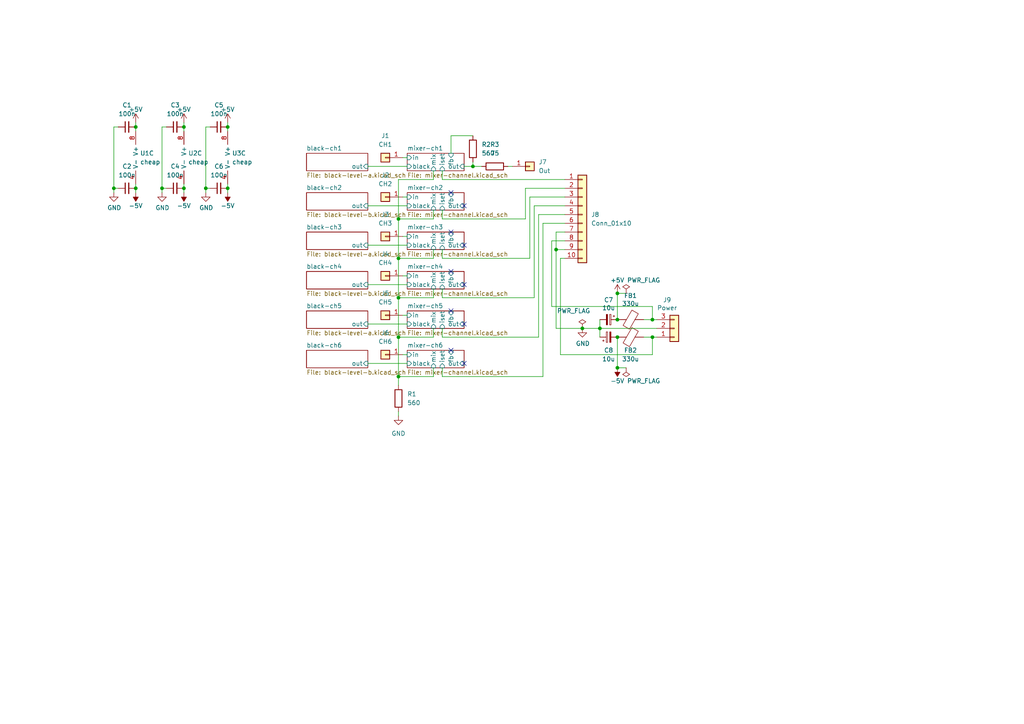
<source format=kicad_sch>
(kicad_sch (version 20250114) (generator "eeschema") (generator_version "9.0")
  (paper "A4")
  (lib_symbols
    (symbol "synkie_symbols:+5V" (power) (pin_names (offset 0))
      (property "Value" "+5V" (at 0 3.556 0))
      (symbol "+5V_0_1"
        (polyline (pts (xy -0.762 1.27) (xy 0 2.54)))
        (polyline (pts (xy 0 2.54) (xy 0.762 1.27)))
        (polyline (pts (xy 0 0) (xy 0 2.54)))
      )
      (symbol "+5V_1_1"
        (pin power_in line (at 0 0 90) (length 0) (hide yes) (name "+5V") (number "1"))
      )
    )
    (symbol "synkie_symbols:-5V" (power) (pin_names (offset 0))
      (property "Value" "-5V" (at 0 3.81 0))
      (symbol "-5V_0_0"
        (pin power_in line (at 0 0 90) (length 0) (hide yes) (name "-5V") (number "1"))
      )
      (symbol "-5V_0_1"
        (polyline (pts (xy 0 0) (xy 0 1.27) (xy 0.762 1.27) (xy 0 2.54) (xy -0.762 1.27) (xy 0 1.27)) (fill (type outline)))
      )
    )
    (symbol "synkie_symbols:CP_Small" (pin_numbers (hide yes)) (pin_names (offset 0.254) (hide yes))
      (property "Reference" "C" (at 0.254 1.778 0))
      (property "Value" "CP_Small" (at 0.254 -2.032 0))
      (symbol "CP_Small_0_1"
        (rectangle (start -1.524 0.6858) (end 1.524 0.3048))
        (rectangle (start -1.524 -0.3048) (end 1.524 -0.6858) (fill (type outline)))
        (polyline (pts (xy -1.27 1.524) (xy -0.762 1.524)))
        (polyline (pts (xy -1.016 1.27) (xy -1.016 1.778)))
      )
      (symbol "CP_Small_1_1"
        (pin passive line (at 0 2.54 270) (length 1.8542) (name "~") (number "1"))
        (pin passive line (at 0 -2.54 90) (length 1.8542) (name "~") (number "2"))
      )
    )
    (symbol "synkie_symbols:C_Small" (pin_numbers (hide yes)) (pin_names (offset 0.254) (hide yes))
      (property "Reference" "C" (at 0.254 1.778 0))
      (property "Value" "C_Small" (at 0.254 -2.032 0))
      (symbol "C_Small_0_1"
        (polyline (pts (xy -1.524 0.508) (xy 1.524 0.508)) (stroke (width 0.3048)))
        (polyline (pts (xy -1.524 -0.508) (xy 1.524 -0.508)) (stroke (width 0.3302)))
      )
      (symbol "C_Small_1_1"
        (pin passive line (at 0 2.54 270) (length 2.032) (name "~") (number "1"))
        (pin passive line (at 0 -2.54 90) (length 2.032) (name "~") (number "2"))
      )
    )
    (symbol "synkie_symbols:Conn_01x01" (pin_names (offset 1.016) (hide yes))
      (property "Reference" "J" (at 0 2.54 0))
      (property "Value" "Conn_01x01" (at 0 -2.54 0))
      (symbol "Conn_01x01_1_1"
        (rectangle (start -1.27 1.27) (end 1.27 -1.27) (stroke (width 0.254)) (fill (type background)))
        (rectangle (start -1.27 0.127) (end 0 -0.127) (stroke (width 0.1524)))
        (pin passive line (at -5.08 0 0) (length 3.81) (name "Pin_1") (number "1"))
      )
    )
    (symbol "synkie_symbols:Conn_01x03" (pin_names (offset 1.016) (hide yes))
      (property "Reference" "J" (at 0 5.08 0))
      (property "Value" "Conn_01x03" (at 0 -5.08 0))
      (symbol "Conn_01x03_1_1"
        (rectangle (start -1.27 3.81) (end 1.27 -3.81) (stroke (width 0.254)) (fill (type background)))
        (rectangle (start -1.27 2.667) (end 0 2.413) (stroke (width 0.1524)))
        (rectangle (start -1.27 0.127) (end 0 -0.127) (stroke (width 0.1524)))
        (rectangle (start -1.27 -2.413) (end 0 -2.667) (stroke (width 0.1524)))
        (pin passive line (at -5.08 2.54 0) (length 3.81) (name "Pin_1") (number "1"))
        (pin passive line (at -5.08 0 0) (length 3.81) (name "Pin_2") (number "2"))
        (pin passive line (at -5.08 -2.54 0) (length 3.81) (name "Pin_3") (number "3"))
      )
    )
    (symbol "synkie_symbols:Conn_01x10" (pin_names (offset 1.016) (hide yes))
      (property "Reference" "J" (at 0 12.7 0))
      (property "Value" "Conn_01x10" (at 0 -15.24 0))
      (symbol "Conn_01x10_1_1"
        (rectangle (start -1.27 11.43) (end 1.27 -13.97) (stroke (width 0.254)) (fill (type background)))
        (rectangle (start -1.27 10.287) (end 0 10.033) (stroke (width 0.1524)))
        (rectangle (start -1.27 7.747) (end 0 7.493) (stroke (width 0.1524)))
        (rectangle (start -1.27 5.207) (end 0 4.953) (stroke (width 0.1524)))
        (rectangle (start -1.27 2.667) (end 0 2.413) (stroke (width 0.1524)))
        (rectangle (start -1.27 0.127) (end 0 -0.127) (stroke (width 0.1524)))
        (rectangle (start -1.27 -2.413) (end 0 -2.667) (stroke (width 0.1524)))
        (rectangle (start -1.27 -4.953) (end 0 -5.207) (stroke (width 0.1524)))
        (rectangle (start -1.27 -7.493) (end 0 -7.747) (stroke (width 0.1524)))
        (rectangle (start -1.27 -10.033) (end 0 -10.287) (stroke (width 0.1524)))
        (rectangle (start -1.27 -12.573) (end 0 -12.827) (stroke (width 0.1524)))
        (pin passive line (at -5.08 10.16 0) (length 3.81) (name "Pin_1") (number "1"))
        (pin passive line (at -5.08 7.62 0) (length 3.81) (name "Pin_2") (number "2"))
        (pin passive line (at -5.08 5.08 0) (length 3.81) (name "Pin_3") (number "3"))
        (pin passive line (at -5.08 2.54 0) (length 3.81) (name "Pin_4") (number "4"))
        (pin passive line (at -5.08 0 0) (length 3.81) (name "Pin_5") (number "5"))
        (pin passive line (at -5.08 -2.54 0) (length 3.81) (name "Pin_6") (number "6"))
        (pin passive line (at -5.08 -5.08 0) (length 3.81) (name "Pin_7") (number "7"))
        (pin passive line (at -5.08 -7.62 0) (length 3.81) (name "Pin_8") (number "8"))
        (pin passive line (at -5.08 -10.16 0) (length 3.81) (name "Pin_9") (number "9"))
        (pin passive line (at -5.08 -12.7 0) (length 3.81) (name "Pin_10") (number "10"))
      )
    )
    (symbol "synkie_symbols:Ferrite_Bead" (pin_numbers (hide yes)) (pin_names (offset 0))
      (property "Reference" "FB" (at -3.81 0.635 90))
      (property "Value" "Ferrite_Bead" (at 3.81 0 90))
      (symbol "Ferrite_Bead_0_1"
        (polyline (pts (xy -2.7686 0.4064) (xy -1.7018 2.2606) (xy 2.7686 -0.3048) (xy 1.6764 -2.159) (xy -2.7686 0.4064)))
        (polyline (pts (xy 0 1.27) (xy 0 1.2954)))
        (polyline (pts (xy 0 -1.27) (xy 0 -1.2192)))
      )
      (symbol "Ferrite_Bead_1_1"
        (pin passive line (at 0 3.81 270) (length 2.54) (name "~") (number "1"))
        (pin passive line (at 0 -3.81 90) (length 2.54) (name "~") (number "2"))
      )
    )
    (symbol "synkie_symbols:GND" (power) (pin_names (offset 0))
      (property "Value" "GND" (at 0 -3.81 0))
      (symbol "GND_0_1"
        (polyline (pts (xy 0 0) (xy 0 -1.27) (xy 1.27 -1.27) (xy 0 -2.54) (xy -1.27 -1.27) (xy 0 -1.27)))
      )
      (symbol "GND_1_1"
        (pin power_in line (at 0 0 270) (length 0) (hide yes) (name "GND") (number "1"))
      )
    )
    (symbol "synkie_symbols:Opamp_Dual_Generic"
      (property "Reference" "U" (at 0 5.08 0))
      (property "Value" "Opamp_Dual_Generic" (at 0 -5.08 0))
      (symbol "Opamp_Dual_Generic_1_1"
        (polyline (pts (xy -5.08 5.08) (xy 5.08 0) (xy -5.08 -5.08) (xy -5.08 5.08)) (stroke (width 0.254)) (fill (type background)))
        (pin input line (at -7.62 2.54 0) (length 2.54) (name "+") (number "3"))
        (pin input line (at -7.62 -2.54 0) (length 2.54) (name "-") (number "2"))
        (pin output line (at 7.62 0 180) (length 2.54) (name "~") (number "1"))
      )
      (symbol "Opamp_Dual_Generic_2_1"
        (polyline (pts (xy -5.08 5.08) (xy 5.08 0) (xy -5.08 -5.08) (xy -5.08 5.08)) (stroke (width 0.254)) (fill (type background)))
        (pin input line (at -7.62 2.54 0) (length 2.54) (name "+") (number "5"))
        (pin input line (at -7.62 -2.54 0) (length 2.54) (name "-") (number "6"))
        (pin output line (at 7.62 0 180) (length 2.54) (name "~") (number "7"))
      )
      (symbol "Opamp_Dual_Generic_3_1"
        (pin power_in line (at -2.54 7.62 270) (length 3.81) (name "V+") (number "8"))
        (pin power_in line (at -2.54 -7.62 90) (length 3.81) (name "V-") (number "4"))
      )
    )
    (symbol "synkie_symbols:PWR_FLAG" (power) (pin_numbers (hide yes)) (pin_names (offset 0) (hide yes))
      (property "Value" "PWR_FLAG" (at 0 3.81 0))
      (symbol "PWR_FLAG_0_0"
        (pin power_out line (at 0 0 90) (length 0) (name "pwr") (number "1"))
      )
      (symbol "PWR_FLAG_0_1"
        (polyline (pts (xy 0 0) (xy 0 1.27) (xy -1.016 1.905) (xy 0 2.54) (xy 1.016 1.905) (xy 0 1.27)))
      )
    )
    (symbol "synkie_symbols:R" (pin_numbers (hide yes)) (pin_names (offset 0))
      (property "Reference" "R" (at 2.032 0 90))
      (property "Value" "R" (at 0 0 90))
      (symbol "R_0_1"
        (rectangle (start -1.016 -2.54) (end 1.016 2.54) (stroke (width 0.254)))
      )
      (symbol "R_1_1"
        (pin passive line (at 0 3.81 270) (length 1.27) (name "~") (number "1"))
        (pin passive line (at 0 -3.81 90) (length 1.27) (name "~") (number "2"))
      )
    )
  )
  (junction (at 115.57 109.22))
  (junction (at 59.69 54.61))
  (junction (at 53.34 36.83))
  (junction (at 173.99 95.25))
  (junction (at 115.57 97.79))
  (junction (at 66.04 36.83))
  (junction (at 115.57 63.5))
  (junction (at 33.02 54.61))
  (junction (at 46.99 54.61))
  (junction (at 53.34 54.61))
  (junction (at 189.23 92.71))
  (junction (at 115.57 86.36))
  (junction (at 189.23 97.79))
  (junction (at 39.37 54.61))
  (junction (at 161.29 72.39))
  (junction (at 66.04 54.61))
  (junction (at 39.37 36.83))
  (junction (at 179.07 85.09))
  (junction (at 137.16 48.26))
  (junction (at 168.91 95.25))
  (junction (at 179.07 92.71))
  (junction (at 179.07 97.79))
  (junction (at 179.07 106.68))
  (junction (at 115.57 74.93))
  (no_connect (at 130.81 90.17))
  (no_connect (at 134.62 71.12))
  (no_connect (at 130.81 55.88))
  (no_connect (at 134.62 93.98))
  (no_connect (at 134.62 105.41))
  (no_connect (at 130.81 67.31))
  (no_connect (at 130.81 101.6))
  (no_connect (at 134.62 59.69))
  (no_connect (at 134.62 82.55))
  (no_connect (at 130.81 78.74))
  (wire (pts (xy 153.67 57.15) (xy 163.83 57.15)))
  (wire (pts (xy 66.04 54.61) (xy 66.04 55.88)))
  (wire (pts (xy 162.56 102.87) (xy 189.23 102.87)))
  (wire (pts (xy 152.4 54.61) (xy 163.83 54.61)))
  (wire (pts (xy 125.73 74.93) (xy 115.57 74.93)))
  (wire (pts (xy 163.83 74.93) (xy 162.56 74.93)))
  (wire (pts (xy 125.73 97.79) (xy 115.57 97.79)))
  (wire (pts (xy 168.91 95.25) (xy 173.99 95.25)))
  (wire (pts (xy 128.27 109.22) (xy 128.27 106.68)))
  (wire (pts (xy 116.84 57.15) (xy 118.11 57.15)))
  (wire (pts (xy 157.48 64.77) (xy 163.83 64.77)))
  (wire (pts (xy 160.02 69.85) (xy 160.02 88.9)))
  (wire (pts (xy 189.23 97.79) (xy 190.5 97.79)))
  (wire (pts (xy 161.29 95.25) (xy 168.91 95.25)))
  (wire (pts (xy 137.16 46.99) (xy 137.16 48.26)))
  (wire (pts (xy 173.99 97.79) (xy 173.99 95.25)))
  (wire (pts (xy 59.69 54.61) (xy 60.96 54.61)))
  (wire (pts (xy 137.16 48.26) (xy 139.7 48.26)))
  (wire (pts (xy 39.37 35.56) (xy 39.37 36.83)))
  (wire (pts (xy 125.73 109.22) (xy 115.57 109.22)))
  (wire (pts (xy 189.23 102.87) (xy 189.23 97.79)))
  (wire (pts (xy 115.57 74.93) (xy 115.57 86.36)))
  (wire (pts (xy 134.62 48.26) (xy 137.16 48.26)))
  (wire (pts (xy 128.27 97.79) (xy 128.27 95.25)))
  (wire (pts (xy 125.73 60.96) (xy 125.73 63.5)))
  (wire (pts (xy 160.02 88.9) (xy 189.23 88.9)))
  (wire (pts (xy 128.27 52.07) (xy 128.27 49.53)))
  (wire (pts (xy 115.57 63.5) (xy 125.73 63.5)))
  (wire (pts (xy 125.73 52.07) (xy 115.57 52.07)))
  (wire (pts (xy 66.04 36.83) (xy 66.04 38.1)))
  (wire (pts (xy 106.68 71.12) (xy 118.11 71.12)))
  (wire (pts (xy 179.07 85.09) (xy 179.07 92.71)))
  (wire (pts (xy 53.34 54.61) (xy 53.34 55.88)))
  (wire (pts (xy 116.84 45.72) (xy 118.11 45.72)))
  (wire (pts (xy 125.73 72.39) (xy 125.73 74.93)))
  (wire (pts (xy 154.94 59.69) (xy 163.83 59.69)))
  (wire (pts (xy 128.27 63.5) (xy 128.27 60.96)))
  (wire (pts (xy 128.27 63.5) (xy 152.4 63.5)))
  (wire (pts (xy 147.32 48.26) (xy 148.59 48.26)))
  (wire (pts (xy 186.69 92.71) (xy 189.23 92.71)))
  (wire (pts (xy 163.83 52.07) (xy 128.27 52.07)))
  (wire (pts (xy 161.29 67.31) (xy 161.29 72.39)))
  (wire (pts (xy 115.57 109.22) (xy 115.57 111.76)))
  (wire (pts (xy 46.99 54.61) (xy 48.26 54.61)))
  (wire (pts (xy 33.02 36.83) (xy 33.02 54.61)))
  (wire (pts (xy 173.99 95.25) (xy 190.5 95.25)))
  (wire (pts (xy 163.83 69.85) (xy 160.02 69.85)))
  (wire (pts (xy 157.48 109.22) (xy 157.48 64.77)))
  (wire (pts (xy 153.67 74.93) (xy 153.67 57.15)))
  (wire (pts (xy 186.69 97.79) (xy 189.23 97.79)))
  (wire (pts (xy 163.83 67.31) (xy 161.29 67.31)))
  (wire (pts (xy 33.02 54.61) (xy 34.29 54.61)))
  (wire (pts (xy 116.84 68.58) (xy 118.11 68.58)))
  (wire (pts (xy 46.99 54.61) (xy 46.99 55.88)))
  (wire (pts (xy 116.84 80.01) (xy 118.11 80.01)))
  (wire (pts (xy 128.27 109.22) (xy 157.48 109.22)))
  (wire (pts (xy 115.57 52.07) (xy 115.57 63.5)))
  (wire (pts (xy 125.73 49.53) (xy 125.73 52.07)))
  (wire (pts (xy 66.04 35.56) (xy 66.04 36.83)))
  (wire (pts (xy 34.29 36.83) (xy 33.02 36.83)))
  (wire (pts (xy 116.84 102.87) (xy 118.11 102.87)))
  (wire (pts (xy 59.69 36.83) (xy 59.69 54.61)))
  (wire (pts (xy 39.37 53.34) (xy 39.37 54.61)))
  (wire (pts (xy 181.61 106.68) (xy 179.07 106.68)))
  (wire (pts (xy 116.84 91.44) (xy 118.11 91.44)))
  (wire (pts (xy 115.57 86.36) (xy 115.57 97.79)))
  (wire (pts (xy 53.34 36.83) (xy 53.34 38.1)))
  (wire (pts (xy 125.73 83.82) (xy 125.73 86.36)))
  (wire (pts (xy 152.4 63.5) (xy 152.4 54.61)))
  (wire (pts (xy 33.02 54.61) (xy 33.02 55.88)))
  (wire (pts (xy 106.68 48.26) (xy 118.11 48.26)))
  (wire (pts (xy 154.94 86.36) (xy 154.94 59.69)))
  (wire (pts (xy 156.21 62.23) (xy 156.21 97.79)))
  (wire (pts (xy 179.07 106.68) (xy 179.07 97.79)))
  (wire (pts (xy 53.34 53.34) (xy 53.34 54.61)))
  (wire (pts (xy 115.57 63.5) (xy 115.57 74.93)))
  (wire (pts (xy 173.99 92.71) (xy 173.99 95.25)))
  (wire (pts (xy 130.81 39.37) (xy 130.81 44.45)))
  (wire (pts (xy 125.73 106.68) (xy 125.73 109.22)))
  (wire (pts (xy 156.21 97.79) (xy 128.27 97.79)))
  (wire (pts (xy 106.68 82.55) (xy 118.11 82.55)))
  (wire (pts (xy 189.23 92.71) (xy 190.5 92.71)))
  (wire (pts (xy 125.73 95.25) (xy 125.73 97.79)))
  (wire (pts (xy 137.16 39.37) (xy 130.81 39.37)))
  (wire (pts (xy 128.27 74.93) (xy 153.67 74.93)))
  (wire (pts (xy 39.37 54.61) (xy 39.37 55.88)))
  (wire (pts (xy 53.34 35.56) (xy 53.34 36.83)))
  (wire (pts (xy 162.56 74.93) (xy 162.56 102.87)))
  (wire (pts (xy 125.73 86.36) (xy 115.57 86.36)))
  (wire (pts (xy 48.26 36.83) (xy 46.99 36.83)))
  (wire (pts (xy 39.37 36.83) (xy 39.37 38.1)))
  (wire (pts (xy 128.27 74.93) (xy 128.27 72.39)))
  (wire (pts (xy 189.23 88.9) (xy 189.23 92.71)))
  (wire (pts (xy 66.04 53.34) (xy 66.04 54.61)))
  (wire (pts (xy 128.27 86.36) (xy 128.27 83.82)))
  (wire (pts (xy 106.68 59.69) (xy 118.11 59.69)))
  (wire (pts (xy 161.29 72.39) (xy 161.29 95.25)))
  (wire (pts (xy 181.61 85.09) (xy 179.07 85.09)))
  (wire (pts (xy 46.99 36.83) (xy 46.99 54.61)))
  (wire (pts (xy 128.27 86.36) (xy 154.94 86.36)))
  (wire (pts (xy 115.57 119.38) (xy 115.57 120.65)))
  (wire (pts (xy 60.96 36.83) (xy 59.69 36.83)))
  (wire (pts (xy 115.57 97.79) (xy 115.57 109.22)))
  (wire (pts (xy 163.83 62.23) (xy 156.21 62.23)))
  (wire (pts (xy 59.69 54.61) (xy 59.69 55.88)))
  (wire (pts (xy 106.68 105.41) (xy 118.11 105.41)))
  (wire (pts (xy 106.68 93.98) (xy 118.11 93.98)))
  (wire (pts (xy 161.29 72.39) (xy 163.83 72.39)))
  (symbol (lib_id "synkie_symbols:PWR_FLAG") (at 168.91 95.25 0) (unit 1)
    (property "Reference" "#FLG01" (effects (hide yes)))
    (property "Value" "PWR_FLAG" (at 166.37 90.17 0))
  )
  (symbol (lib_id "synkie_symbols:PWR_FLAG") (at 181.61 85.09 0) (unit 1)
    (property "Reference" "#FLG02" (effects (hide yes)))
    (property "Value" "PWR_FLAG" (at 186.69 81.28 0))
  )
  (symbol (lib_id "synkie_symbols:PWR_FLAG") (at 181.61 106.68 180) (unit 1)
    (property "Reference" "#FLG03" (effects (hide yes)))
    (property "Value" "PWR_FLAG" (at 186.69 110.49 0))
  )
  (symbol (lib_id "synkie_symbols:Ferrite_Bead") (at 182.88 92.71 270) (unit 1)
    (property "Reference" "FB1" (at 182.88 85.7504 90))
    (property "Value" "330u" (at 182.88 88.0618 90))
    (property "Footprint" "synkie_footprints:L_0805_2012Metric_Pad1.15x1.40mm_HandSolder" (effects (hide yes)))
  )
  (symbol (lib_id "synkie_symbols:Ferrite_Bead") (at 182.88 97.79 270) (unit 1)
    (property "Reference" "FB2" (at 182.88 101.6 90))
    (property "Value" "330u" (at 182.88 104.14 90))
    (property "Footprint" "synkie_footprints:L_0805_2012Metric_Pad1.15x1.40mm_HandSolder" (effects (hide yes)))
  )
  (symbol (lib_id "synkie_symbols:+5V") (at 53.34 35.56 0) (unit 1)
    (property "Reference" "#PWR05" (effects (hide yes)))
    (property "Value" "+5V" (at 53.34 31.75 0))
  )
  (symbol (lib_id "synkie_symbols:+5V") (at 179.07 85.09 0) (unit 1)
    (property "Reference" "#PWR012" (effects (hide yes)))
    (property "Value" "+5V" (at 179.07 81.28 0))
  )
  (symbol (lib_id "synkie_symbols:GND") (at 33.02 55.88 0) (unit 1)
    (property "Reference" "#PWR01" (effects (hide yes)))
    (property "Value" "GND" (at 33.147 60.2742 0))
  )
  (symbol (lib_id "synkie_symbols:Conn_01x01") (at 111.76 68.58 0) (mirror y) (unit 1)
    (property "Reference" "J3" (at 111.76 62.23 0))
    (property "Value" "CH3" (at 111.76 64.77 0))
    (property "Footprint" "synkie_footprints:Solderpad_1mm" (effects (hide yes)))
    (property "Description" "Generic connector, single row, 01x01, script generated (kicad-library-utils/schlib/autogen/connector/)" (effects (hide yes)))
  )
  (symbol (lib_id "synkie_symbols:-5V") (at 39.37 55.88 180) (unit 1)
    (property "Reference" "#PWR03" (effects (hide yes)))
    (property "Value" "-5V" (at 39.37 59.69 0))
  )
  (symbol (lib_id "synkie_symbols:GND") (at 59.69 55.88 0) (unit 1)
    (property "Reference" "#PWR07" (effects (hide yes)))
    (property "Value" "GND" (at 59.817 60.2742 0))
  )
  (symbol (lib_id "synkie_symbols:Conn_01x01") (at 111.76 57.15 0) (mirror y) (unit 1)
    (property "Reference" "J2" (at 111.76 50.8 0))
    (property "Value" "CH2" (at 111.76 53.34 0))
    (property "Footprint" "synkie_footprints:Solderpad_1mm" (effects (hide yes)))
    (property "Description" "Generic connector, single row, 01x01, script generated (kicad-library-utils/schlib/autogen/connector/)" (effects (hide yes)))
  )
  (symbol (lib_id "synkie_symbols:-5V") (at 66.04 55.88 180) (unit 1)
    (property "Reference" "#PWR09" (effects (hide yes)))
    (property "Value" "-5V" (at 66.04 59.69 0))
  )
  (symbol (lib_id "synkie_symbols:R") (at 115.57 115.57 0) (unit 1)
    (property "Reference" "R1" (at 118.11 114.2999 0) (effects (justify left)))
    (property "Value" "560" (at 118.11 116.8399 0) (effects (justify left)))
    (property "Footprint" "synkie_footprints:R_0805_2012Metric_Pad1.15x1.40mm_HandSolder" (effects (hide yes)))
    (property "Description" "Resistor" (effects (hide yes)))
  )
  (symbol (lib_id "synkie_symbols:C_Small") (at 50.8 54.61 90) (unit 1)
    (property "Reference" "C4" (at 50.8063 48.26 90))
    (property "Value" "100n" (at 50.8063 50.8 90))
    (property "Footprint" "synkie_footprints:C_0603_1608Metric_Pad1.05x0.95mm_HandSolder" (effects (hide yes)))
    (property "Description" "Unpolarized capacitor, small symbol" (effects (hide yes)))
  )
  (symbol (lib_id "synkie_symbols:C_Small") (at 36.83 54.61 90) (unit 1)
    (property "Reference" "C2" (at 36.8363 48.26 90))
    (property "Value" "100n" (at 36.8363 50.8 90))
    (property "Footprint" "synkie_footprints:C_0603_1608Metric_Pad1.05x0.95mm_HandSolder" (effects (hide yes)))
    (property "Description" "Unpolarized capacitor, small symbol" (effects (hide yes)))
  )
  (symbol (lib_id "synkie_symbols:Opamp_Dual_Generic") (at 55.88 45.72 0) (unit 3)
    (property "Reference" "U2" (at 54.61 44.4499 0) (effects (justify left)))
    (property "Value" "cheap" (at 54.61 46.9899 0) (effects (justify left)))
    (property "Footprint" "synkie_footprints:SOIC-8_3.9x4.9mm_P1.27mm" (effects (hide yes)))
    (property "Description" "Dual operational amplifier" (effects (hide yes)))
  )
  (symbol (lib_id "synkie_symbols:Conn_01x10") (at 168.91 62.23 0) (unit 1)
    (property "Reference" "J8" (at 171.45 62.2299 0) (effects (justify left)))
    (property "Value" "Conn_01x10" (at 171.45 64.7699 0) (effects (justify left)))
    (property "Footprint" "synkie_footprints:PinHeader_1x10_P2.54mm_Vertical" (effects (hide yes)))
    (property "Description" "Generic connector, single row, 01x10, script generated (kicad-library-utils/schlib/autogen/connector/)" (effects (hide yes)))
  )
  (symbol (lib_id "synkie_symbols:GND") (at 46.99 55.88 0) (unit 1)
    (property "Reference" "#PWR04" (effects (hide yes)))
    (property "Value" "GND" (at 47.117 60.2742 0))
  )
  (symbol (lib_id "synkie_symbols:CP_Small") (at 176.53 92.71 270) (unit 1)
    (property "Reference" "C7" (at 176.53 86.995 90))
    (property "Value" "10u" (at 176.53 89.3064 90))
    (property "Footprint" "synkie_footprints:CP_EIA-3528-21_Kemet-B_Pad1.50x2.35mm_HandSolder" (effects (hide yes)))
  )
  (symbol (lib_id "synkie_symbols:Conn_01x01") (at 153.67 48.26 0) (unit 1)
    (property "Reference" "J7" (at 156.21 46.9899 0) (effects (justify left)))
    (property "Value" "Out" (at 156.21 49.5299 0) (effects (justify left)))
    (property "Footprint" "synkie_footprints:Solderpad_1mm" (effects (hide yes)))
    (property "Description" "Generic connector, single row, 01x01, script generated (kicad-library-utils/schlib/autogen/connector/)" (effects (hide yes)))
  )
  (symbol (lib_id "synkie_symbols:R") (at 143.51 48.26 270) (unit 1)
    (property "Reference" "R3" (at 143.51 41.91 90))
    (property "Value" "75" (at 143.51 44.45 90))
    (property "Footprint" "synkie_footprints:R_0805_2012Metric_Pad1.15x1.40mm_HandSolder" (effects (hide yes)))
    (property "Description" "Resistor" (effects (hide yes)))
  )
  (symbol (lib_id "synkie_symbols:R") (at 137.16 43.18 0) (unit 1)
    (property "Reference" "R2" (at 139.7 41.9099 0) (effects (justify left)))
    (property "Value" "560" (at 139.7 44.4499 0) (effects (justify left)))
    (property "Footprint" "synkie_footprints:R_0805_2012Metric_Pad1.15x1.40mm_HandSolder" (effects (hide yes)))
    (property "Description" "Resistor" (effects (hide yes)))
  )
  (symbol (lib_id "synkie_symbols:Conn_01x01") (at 111.76 80.01 0) (mirror y) (unit 1)
    (property "Reference" "J4" (at 111.76 73.66 0))
    (property "Value" "CH4" (at 111.76 76.2 0))
    (property "Footprint" "synkie_footprints:Solderpad_1mm" (effects (hide yes)))
    (property "Description" "Generic connector, single row, 01x01, script generated (kicad-library-utils/schlib/autogen/connector/)" (effects (hide yes)))
  )
  (symbol (lib_id "synkie_symbols:+5V") (at 66.04 35.56 0) (unit 1)
    (property "Reference" "#PWR08" (effects (hide yes)))
    (property "Value" "+5V" (at 66.04 31.75 0))
  )
  (symbol (lib_id "synkie_symbols:GND") (at 115.57 120.65 0) (unit 1)
    (property "Reference" "#PWR010" (effects (hide yes)))
    (property "Value" "GND" (at 115.57 125.73 0))
    (property "Description" "Power symbol creates a global label with name \"GND\" , ground" (effects (hide yes)))
  )
  (symbol (lib_id "synkie_symbols:-5V") (at 53.34 55.88 180) (unit 1)
    (property "Reference" "#PWR06" (effects (hide yes)))
    (property "Value" "-5V" (at 53.34 59.69 0))
  )
  (symbol (lib_id "synkie_symbols:GND") (at 168.91 95.25 0) (unit 1)
    (property "Reference" "#PWR011" (effects (hide yes)))
    (property "Value" "GND" (at 169.037 99.6442 0))
  )
  (symbol (lib_id "synkie_symbols:C_Small") (at 36.83 36.83 90) (unit 1)
    (property "Reference" "C1" (at 36.8363 30.48 90))
    (property "Value" "100n" (at 36.8363 33.02 90))
    (property "Footprint" "synkie_footprints:C_0603_1608Metric_Pad1.05x0.95mm_HandSolder" (effects (hide yes)))
    (property "Description" "Unpolarized capacitor, small symbol" (effects (hide yes)))
  )
  (symbol (lib_id "synkie_symbols:Conn_01x03") (at 195.58 95.25 0) (mirror x) (unit 1)
    (property "Reference" "J9" (at 193.4972 86.995 0))
    (property "Value" "Power" (at 193.4972 89.3064 0))
    (property "Footprint" "synkie_footprints:Molex_KK-254_AE-6410-03A_1x03_P2.54mm_Vertical" (effects (hide yes)))
  )
  (symbol (lib_id "synkie_symbols:C_Small") (at 63.5 54.61 90) (unit 1)
    (property "Reference" "C6" (at 63.5063 48.26 90))
    (property "Value" "100n" (at 63.5063 50.8 90))
    (property "Footprint" "synkie_footprints:C_0603_1608Metric_Pad1.05x0.95mm_HandSolder" (effects (hide yes)))
    (property "Description" "Unpolarized capacitor, small symbol" (effects (hide yes)))
  )
  (symbol (lib_id "synkie_symbols:CP_Small") (at 176.53 97.79 90) (unit 1)
    (property "Reference" "C8" (at 176.53 101.6 90))
    (property "Value" "10u" (at 176.53 104.14 90))
    (property "Footprint" "synkie_footprints:CP_EIA-3528-21_Kemet-B_Pad1.50x2.35mm_HandSolder" (effects (hide yes)))
  )
  (symbol (lib_id "synkie_symbols:Conn_01x01") (at 111.76 91.44 0) (mirror y) (unit 1)
    (property "Reference" "J5" (at 111.76 85.09 0))
    (property "Value" "CH5" (at 111.76 87.63 0))
    (property "Footprint" "synkie_footprints:Solderpad_1mm" (effects (hide yes)))
    (property "Description" "Generic connector, single row, 01x01, script generated (kicad-library-utils/schlib/autogen/connector/)" (effects (hide yes)))
  )
  (symbol (lib_id "synkie_symbols:Conn_01x01") (at 111.76 45.72 0) (mirror y) (unit 1)
    (property "Reference" "J1" (at 111.76 39.37 0))
    (property "Value" "CH1" (at 111.76 41.91 0))
    (property "Footprint" "synkie_footprints:Solderpad_1mm" (effects (hide yes)))
    (property "Description" "Generic connector, single row, 01x01, script generated (kicad-library-utils/schlib/autogen/connector/)" (effects (hide yes)))
  )
  (symbol (lib_id "synkie_symbols:Opamp_Dual_Generic") (at 41.91 45.72 0) (unit 3)
    (property "Reference" "U1" (at 40.64 44.4499 0) (effects (justify left)))
    (property "Value" "cheap" (at 40.64 46.9899 0) (effects (justify left)))
    (property "Footprint" "synkie_footprints:SOIC-8_3.9x4.9mm_P1.27mm" (effects (hide yes)))
    (property "Description" "Dual operational amplifier" (effects (hide yes)))
  )
  (symbol (lib_id "synkie_symbols:+5V") (at 39.37 35.56 0) (unit 1)
    (property "Reference" "#PWR02" (effects (hide yes)))
    (property "Value" "+5V" (at 39.37 31.75 0))
  )
  (symbol (lib_id "synkie_symbols:C_Small") (at 63.5 36.83 90) (unit 1)
    (property "Reference" "C5" (at 63.5063 30.48 90))
    (property "Value" "100n" (at 63.5063 33.02 90))
    (property "Footprint" "synkie_footprints:C_0603_1608Metric_Pad1.05x0.95mm_HandSolder" (effects (hide yes)))
    (property "Description" "Unpolarized capacitor, small symbol" (effects (hide yes)))
  )
  (symbol (lib_id "synkie_symbols:-5V") (at 179.07 106.68 180) (unit 1)
    (property "Reference" "#PWR013" (effects (hide yes)))
    (property "Value" "-5V" (at 179.07 110.49 0))
  )
  (symbol (lib_id "synkie_symbols:Conn_01x01") (at 111.76 102.87 0) (mirror y) (unit 1)
    (property "Reference" "J6" (at 111.76 96.52 0))
    (property "Value" "CH6" (at 111.76 99.06 0))
    (property "Footprint" "synkie_footprints:Solderpad_1mm" (effects (hide yes)))
    (property "Description" "Generic connector, single row, 01x01, script generated (kicad-library-utils/schlib/autogen/connector/)" (effects (hide yes)))
  )
  (symbol (lib_id "synkie_symbols:Opamp_Dual_Generic") (at 68.58 45.72 0) (unit 3)
    (property "Reference" "U3" (at 67.31 44.4499 0) (effects (justify left)))
    (property "Value" "cheap" (at 67.31 46.9899 0) (effects (justify left)))
    (property "Footprint" "synkie_footprints:SOIC-8_3.9x4.9mm_P1.27mm" (effects (hide yes)))
    (property "Description" "Dual operational amplifier" (effects (hide yes)))
  )
  (symbol (lib_id "synkie_symbols:C_Small") (at 50.8 36.83 90) (unit 1)
    (property "Reference" "C3" (at 50.8063 30.48 90))
    (property "Value" "100n" (at 50.8063 33.02 90))
    (property "Footprint" "synkie_footprints:C_0603_1608Metric_Pad1.05x0.95mm_HandSolder" (effects (hide yes)))
    (property "Description" "Unpolarized capacitor, small symbol" (effects (hide yes)))
  )
  (sheet (at 118.11 55.88) (size 16.51 5.08) (stroke (width 0.1524))
    (property "Sheetname" "mixer-ch2" (at 118.11 55.1684 0) (effects (justify left bottom)))
    (property "Sheetfile" "mixer-channel.kicad_sch" (at 118.11 61.5446 0) (effects (justify left top)))
    (pin "black" input (at 118.11 59.69 180))
    (pin "fb" input (at 130.81 55.88 90))
    (pin "iset" input (at 128.27 60.96 270))
    (pin "mix" input (at 125.73 60.96 270))
    (pin "out" input (at 134.62 59.69 0))
    (pin "in" input (at 118.11 57.15 180))
  )
  (sheet (at 118.11 67.31) (size 16.51 5.08) (stroke (width 0.1524))
    (property "Sheetname" "mixer-ch3" (at 118.11 66.5984 0) (effects (justify left bottom)))
    (property "Sheetfile" "mixer-channel.kicad_sch" (at 118.11 72.9746 0) (effects (justify left top)))
    (pin "black" input (at 118.11 71.12 180))
    (pin "fb" input (at 130.81 67.31 90))
    (pin "iset" input (at 128.27 72.39 270))
    (pin "mix" input (at 125.73 72.39 270))
    (pin "out" input (at 134.62 71.12 0))
    (pin "in" input (at 118.11 68.58 180))
  )
  (sheet (at 88.9 101.6) (size 17.78 5.08) (stroke (width 0.1524))
    (property "Sheetname" "black-ch6" (at 88.9 100.8884 0) (effects (justify left bottom)))
    (property "Sheetfile" "black-level-b.kicad_sch" (at 88.9 107.2646 0) (effects (justify left top)))
    (pin "out" input (at 106.68 105.41 0))
  )
  (sheet (at 88.9 67.31) (size 17.78 5.08) (stroke (width 0.1524))
    (property "Sheetname" "black-ch3" (at 88.9 66.5984 0) (effects (justify left bottom)))
    (property "Sheetfile" "black-level-a.kicad_sch" (at 88.9 72.9746 0) (effects (justify left top)))
    (pin "out" input (at 106.68 71.12 0))
  )
  (sheet (at 88.9 90.17) (size 17.78 5.08) (stroke (width 0.1524))
    (property "Sheetname" "black-ch5" (at 88.9 89.4584 0) (effects (justify left bottom)))
    (property "Sheetfile" "black-level-a.kicad_sch" (at 88.9 95.8346 0) (effects (justify left top)))
    (pin "out" input (at 106.68 93.98 0))
  )
  (sheet (at 118.11 90.17) (size 16.51 5.08) (stroke (width 0.1524))
    (property "Sheetname" "mixer-ch5" (at 118.11 89.4584 0) (effects (justify left bottom)))
    (property "Sheetfile" "mixer-channel.kicad_sch" (at 118.11 95.8346 0) (effects (justify left top)))
    (pin "black" input (at 118.11 93.98 180))
    (pin "fb" input (at 130.81 90.17 90))
    (pin "iset" input (at 128.27 95.25 270))
    (pin "mix" input (at 125.73 95.25 270))
    (pin "out" input (at 134.62 93.98 0))
    (pin "in" input (at 118.11 91.44 180))
  )
  (sheet (at 88.9 78.74) (size 17.78 5.08) (stroke (width 0.1524))
    (property "Sheetname" "black-ch4" (at 88.9 78.0284 0) (effects (justify left bottom)))
    (property "Sheetfile" "black-level-b.kicad_sch" (at 88.9 84.4046 0) (effects (justify left top)))
    (pin "out" input (at 106.68 82.55 0))
  )
  (sheet (at 118.11 78.74) (size 16.51 5.08) (stroke (width 0.1524))
    (property "Sheetname" "mixer-ch4" (at 118.11 78.0284 0) (effects (justify left bottom)))
    (property "Sheetfile" "mixer-channel.kicad_sch" (at 118.11 84.4046 0) (effects (justify left top)))
    (pin "black" input (at 118.11 82.55 180))
    (pin "fb" input (at 130.81 78.74 90))
    (pin "iset" input (at 128.27 83.82 270))
    (pin "mix" input (at 125.73 83.82 270))
    (pin "out" input (at 134.62 82.55 0))
    (pin "in" input (at 118.11 80.01 180))
  )
  (sheet (at 88.9 55.88) (size 17.78 5.08) (stroke (width 0.1524))
    (property "Sheetname" "black-ch2" (at 88.9 55.1684 0) (effects (justify left bottom)))
    (property "Sheetfile" "black-level-b.kicad_sch" (at 88.9 61.5446 0) (effects (justify left top)))
    (pin "out" input (at 106.68 59.69 0))
  )
  (sheet (at 88.9 44.45) (size 17.78 5.08) (stroke (width 0.1524))
    (property "Sheetname" "black-ch1" (at 88.9 43.7384 0) (effects (justify left bottom)))
    (property "Sheetfile" "black-level-a.kicad_sch" (at 88.9 50.1146 0) (effects (justify left top)))
    (pin "out" input (at 106.68 48.26 0))
  )
  (sheet (at 118.11 101.6) (size 16.51 5.08) (stroke (width 0.1524))
    (property "Sheetname" "mixer-ch6" (at 118.11 100.8884 0) (effects (justify left bottom)))
    (property "Sheetfile" "mixer-channel.kicad_sch" (at 118.11 107.2646 0) (effects (justify left top)))
    (pin "black" input (at 118.11 105.41 180))
    (pin "fb" input (at 130.81 101.6 90))
    (pin "iset" input (at 128.27 106.68 270))
    (pin "mix" input (at 125.73 106.68 270))
    (pin "out" input (at 134.62 105.41 0))
    (pin "in" input (at 118.11 102.87 180))
  )
  (sheet (at 118.11 44.45) (size 16.51 5.08) (stroke (width 0.1524))
    (property "Sheetname" "mixer-ch1" (at 118.11 43.7384 0) (effects (justify left bottom)))
    (property "Sheetfile" "mixer-channel.kicad_sch" (at 118.11 50.1146 0) (effects (justify left top)))
    (pin "black" input (at 118.11 48.26 180))
    (pin "fb" input (at 130.81 44.45 90))
    (pin "iset" input (at 128.27 49.53 270))
    (pin "mix" input (at 125.73 49.53 270))
    (pin "out" input (at 134.62 48.26 0))
    (pin "in" input (at 118.11 45.72 180))
  )
)
</source>
